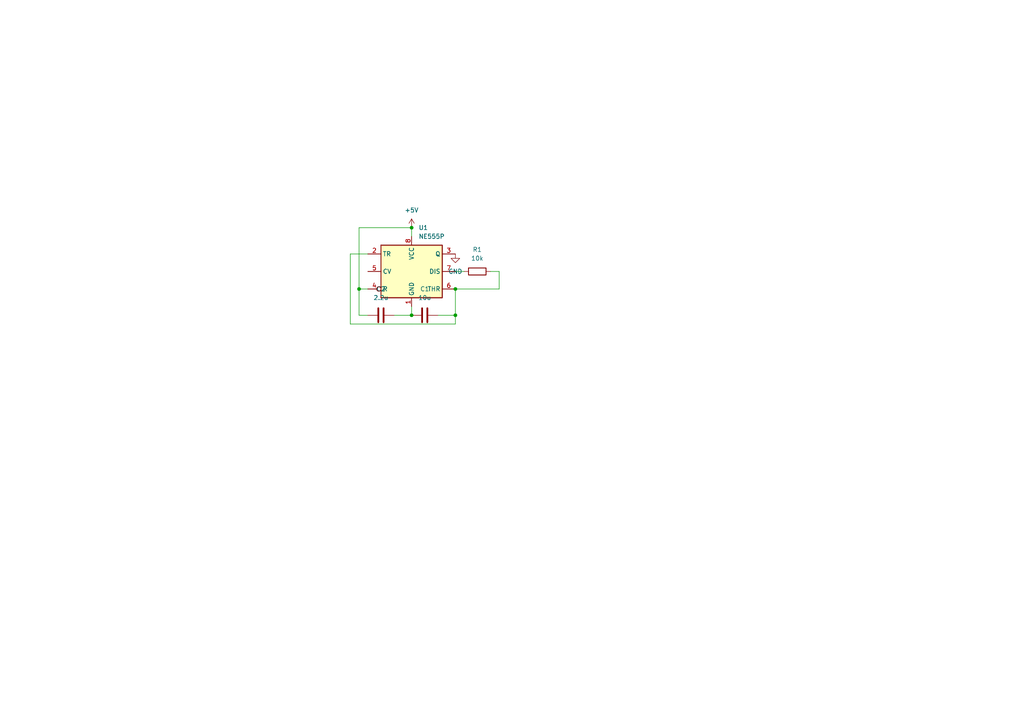
<source format=kicad_sch>
(kicad_sch (version 20211123) (generator eeschema)
  (paper "A4")
  (lib_symbols
    (symbol "Device:C" (pin_numbers hide) (pin_names (offset 0.254))
      (property "Reference" "C" (at 0.635 2.54 0))
      (property "Value" "C" (at 0.635 -2.54 0))
      (symbol "C_0_1"
        (polyline (pts (xy -2.032 -0.762) (xy 2.032 -0.762)) (stroke (width 0.508)))
        (polyline (pts (xy -2.032 0.762) (xy 2.032 0.762)) (stroke (width 0.508)))
      )
      (symbol "C_1_1"
        (pin passive line (at 0 3.81 270) (length 2.794) (name "~") (number "1"))
        (pin passive line (at 0 -3.81 90) (length 2.794) (name "~") (number "2"))
      )
    )
    (symbol "Device:R" (pin_numbers hide) (pin_names (offset 0))
      (property "Reference" "R" (at 2.032 0 90))
      (property "Value" "R" (at 0 0 90))
      (symbol "R_0_1"
        (rectangle (start -1.016 -2.54) (end 1.016 2.54) (stroke (width 0.254)))
      )
      (symbol "R_1_1"
        (pin passive line (at 0 3.81 270) (length 1.27) (name "~") (number "1"))
        (pin passive line (at 0 -3.81 90) (length 1.27) (name "~") (number "2"))
      )
    )
    (symbol "Timer:NE555P"
      (property "Reference" "U" (at -10.16 8.89 0))
      (property "Value" "NE555P" (at 2.54 8.89 0))
      (symbol "NE555P_0_0"
        (pin power_in line (at 0 -10.16 90) (length 2.54) (name "GND") (number "1"))
        (pin power_in line (at 0 10.16 270) (length 2.54) (name "VCC") (number "8"))
      )
      (symbol "NE555P_0_1"
        (rectangle (start -8.89 -7.62) (end 8.89 7.62) (stroke (width 0.254)) (fill (type background)))
        (rectangle (start -8.89 -7.62) (end 8.89 7.62) (stroke (width 0.254)) (fill (type background)))
      )
      (symbol "NE555P_1_1"
        (pin input line (at -12.7 5.08 0) (length 3.81) (name "TR") (number "2"))
        (pin output line (at 12.7 5.08 180) (length 3.81) (name "Q") (number "3"))
        (pin input inverted (at -12.7 -5.08 0) (length 3.81) (name "R") (number "4"))
        (pin input line (at -12.7 0 0) (length 3.81) (name "CV") (number "5"))
        (pin input line (at 12.7 -5.08 180) (length 3.81) (name "THR") (number "6"))
        (pin input line (at 12.7 0 180) (length 3.81) (name "DIS") (number "7"))
      )
    )
    (symbol "power:+5V" (power) (pin_names (offset 0))
      (property "Value" "+5V" (at 0 3.556 0))
      (symbol "+5V_0_1"
        (polyline (pts (xy -0.762 1.27) (xy 0 2.54)))
        (polyline (pts (xy 0 0) (xy 0 2.54)))
        (polyline (pts (xy 0 2.54) (xy 0.762 1.27)))
      )
      (symbol "+5V_1_1"
        (pin power_in line (at 0 0 90) (length 0) hide (name "+5V") (number "1"))
      )
    )
    (symbol "power:GND" (power) (pin_names (offset 0))
      (property "Value" "GND" (at 0 -3.81 0))
      (symbol "GND_0_1"
        (polyline (pts (xy 0 0) (xy 0 -1.27) (xy 1.27 -1.27) (xy 0 -2.54) (xy -1.27 -1.27) (xy 0 -1.27)))
      )
      (symbol "GND_1_1"
        (pin power_in line (at 0 0 270) (length 0) hide (name "GND") (number "1"))
      )
    )
  )
  (junction (at 119.38 91.44))
  (junction (at 119.38 66.04))
  (junction (at 132.08 83.82))
  (junction (at 132.08 91.44))
  (junction (at 104.14 83.82))
  (wire (pts (xy 101.6 73.66) (xy 101.6 93.98)))
  (wire (pts (xy 132.08 78.74) (xy 134.62 78.74)))
  (wire (pts (xy 104.14 66.04) (xy 119.38 66.04)))
  (wire (pts (xy 114.3 91.44) (xy 119.38 91.44)))
  (wire (pts (xy 104.14 83.82) (xy 104.14 91.44)))
  (wire (pts (xy 142.24 78.74) (xy 144.78 78.74)))
  (wire (pts (xy 132.08 83.82) (xy 144.78 83.82)))
  (wire (pts (xy 132.08 91.44) (xy 132.08 93.98)))
  (wire (pts (xy 106.68 91.44) (xy 104.14 91.44)))
  (wire (pts (xy 132.08 83.82) (xy 132.08 91.44)))
  (wire (pts (xy 101.6 93.98) (xy 132.08 93.98)))
  (wire (pts (xy 104.14 66.04) (xy 104.14 83.82)))
  (wire (pts (xy 119.38 66.04) (xy 119.38 68.58)))
  (wire (pts (xy 106.68 83.82) (xy 104.14 83.82)))
  (wire (pts (xy 106.68 73.66) (xy 101.6 73.66)))
  (wire (pts (xy 119.38 88.9) (xy 119.38 91.44)))
  (wire (pts (xy 127 91.44) (xy 132.08 91.44)))
  (wire (pts (xy 144.78 78.74) (xy 144.78 83.82)))
  (symbol (lib_id "Device:C") (at 110.49 91.44 90) (unit 1)
    (property "Reference" "C2" (at 110.49 83.82 90))
    (property "Value" "2.2u" (at 110.49 86.36 90))
    (property "Footprint" "Capacitor_THT:CP_Radial_D8.0mm_P2.50mm" (effects hide))
  )
  (symbol (lib_id "Timer:NE555P") (at 119.38 78.74 0) (unit 1)
    (property "Reference" "U1" (at 121.3994 66.04 0) (effects (justify left)))
    (property "Value" "NE555P" (at 121.3994 68.58 0) (effects (justify left)))
    (property "Footprint" "Package_DIP:DIP-8_W7.62mm" (effects hide))
    (property "Datasheet" "http://www.ti.com/lit/ds/symlink/ne555.pdf" (effects hide))
  )
  (symbol (lib_id "Device:C") (at 123.19 91.44 90) (unit 1)
    (property "Reference" "C1" (at 123.19 83.82 90))
    (property "Value" "10u" (at 123.19 86.36 90))
    (property "Footprint" "Capacitor_THT:CP_Radial_D8.0mm_P2.50mm" (effects hide))
  )
  (symbol (lib_id "power:+5V") (at 119.38 66.04 0) (unit 1)
    (property "Reference" "#PWR0101" (effects hide))
    (property "Value" "+5V" (at 119.38 60.96 0))
  )
  (symbol (lib_id "Device:R") (at 138.43 78.74 270) (unit 1)
    (property "Reference" "R1" (at 138.43 72.39 90))
    (property "Value" "10k" (at 138.43 74.93 90))
    (property "Footprint" "Resistor_THT:R_Axial_DIN0207_L6.3mm_D2.5mm_P10.16mm_Horizontal" (effects hide))
  )
  (symbol (lib_id "power:GND") (at 132.08 73.66 0) (unit 1)
    (property "Reference" "#PWR0102" (effects hide))
    (property "Value" "GND" (at 132.08 78.74 0))
  )
)
</source>
